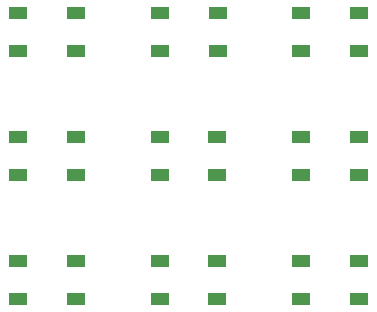
<source format=gbr>
%TF.GenerationSoftware,KiCad,Pcbnew,7.0.5*%
%TF.CreationDate,2023-10-17T21:25:03+03:00*%
%TF.ProjectId,Light,4c696768-742e-46b6-9963-61645f706362,rev?*%
%TF.SameCoordinates,Original*%
%TF.FileFunction,Paste,Top*%
%TF.FilePolarity,Positive*%
%FSLAX46Y46*%
G04 Gerber Fmt 4.6, Leading zero omitted, Abs format (unit mm)*
G04 Created by KiCad (PCBNEW 7.0.5) date 2023-10-17 21:25:03*
%MOMM*%
%LPD*%
G01*
G04 APERTURE LIST*
%ADD10R,1.500000X1.000000*%
G04 APERTURE END LIST*
D10*
%TO.C,D9*%
X109550000Y-108900000D03*
X109550000Y-112100000D03*
X114450000Y-112100000D03*
X114450000Y-108900000D03*
%TD*%
%TO.C,D8*%
X97550000Y-108900000D03*
X97550000Y-112100000D03*
X102450000Y-112100000D03*
X102450000Y-108900000D03*
%TD*%
%TO.C,D7*%
X85550000Y-108900000D03*
X85550000Y-112100000D03*
X90450000Y-112100000D03*
X90450000Y-108900000D03*
%TD*%
%TO.C,D1*%
X85550000Y-87900000D03*
X85550000Y-91100000D03*
X90450000Y-91100000D03*
X90450000Y-87900000D03*
%TD*%
%TO.C,D3*%
X109550000Y-87900000D03*
X109550000Y-91100000D03*
X114450000Y-91100000D03*
X114450000Y-87900000D03*
%TD*%
%TO.C,D5*%
X102450000Y-101600000D03*
X102450000Y-98400000D03*
X97550000Y-98400000D03*
X97550000Y-101600000D03*
%TD*%
%TO.C,D2*%
X97600000Y-87900000D03*
X97600000Y-91100000D03*
X102500000Y-91100000D03*
X102500000Y-87900000D03*
%TD*%
%TO.C,D6*%
X90450000Y-101600000D03*
X90450000Y-98400000D03*
X85550000Y-98400000D03*
X85550000Y-101600000D03*
%TD*%
%TO.C,D4*%
X114450000Y-101600000D03*
X114450000Y-98400000D03*
X109550000Y-98400000D03*
X109550000Y-101600000D03*
%TD*%
M02*

</source>
